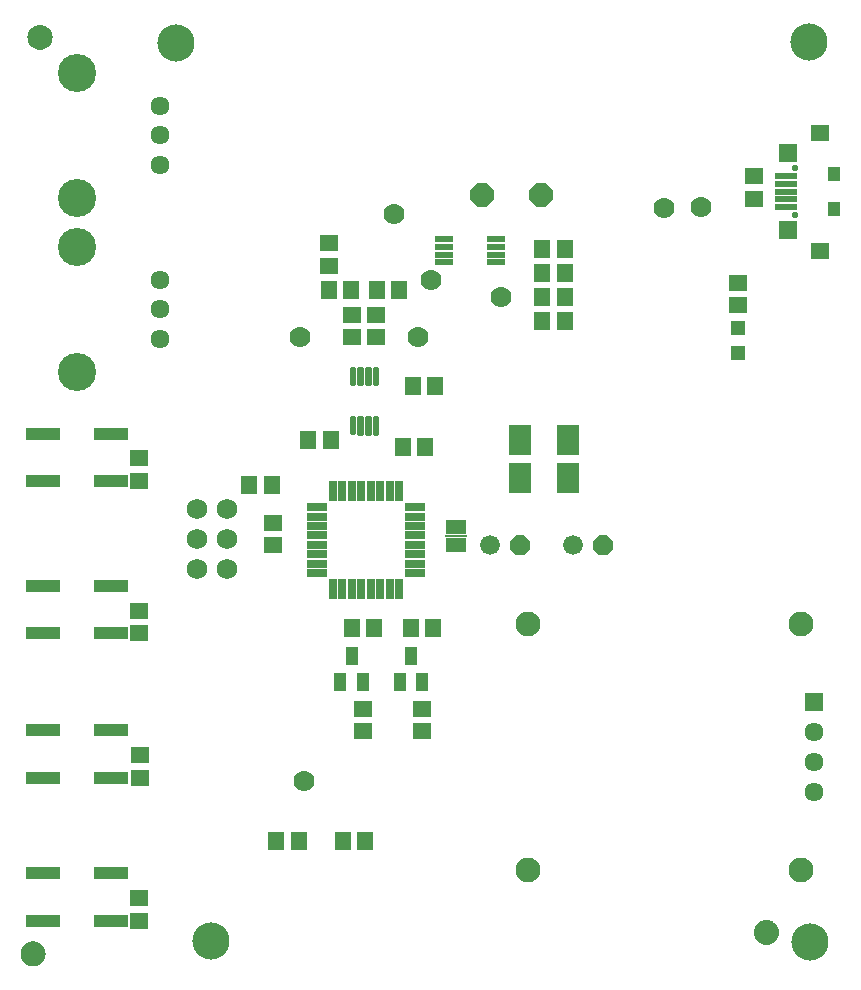
<source format=gts>
G04 EAGLE Gerber RS-274X export*
G75*
%MOMM*%
%FSLAX34Y34*%
%LPD*%
%INSoldermask Top*%
%IPPOS*%
%AMOC8*
5,1,8,0,0,1.08239X$1,22.5*%
G01*
%ADD10C,3.149600*%
%ADD11R,1.601600X1.401600*%
%ADD12R,1.401600X1.601600*%
%ADD13R,1.901600X2.501600*%
%ADD14C,1.727200*%
%ADD15R,1.901600X0.501600*%
%ADD16R,1.501600X1.601600*%
%ADD17R,1.601600X1.451600*%
%ADD18R,1.101600X1.201600*%
%ADD19C,0.591600*%
%ADD20P,2.199416X8X22.500000*%
%ADD21R,1.301600X1.301600*%
%ADD22C,1.609600*%
%ADD23C,3.217600*%
%ADD24R,1.101600X1.501600*%
%ADD25R,2.851600X1.101600*%
%ADD26R,1.701800X1.270000*%
%ADD27R,1.828800X0.152400*%
%ADD28C,1.778000*%
%ADD29R,1.609600X1.609600*%
%ADD30C,2.101600*%
%ADD31C,0.327659*%
%ADD32C,0.322197*%
%ADD33R,0.651600X1.701600*%
%ADD34R,1.701600X0.651600*%
%ADD35R,1.600200X0.533400*%
%ADD36P,1.814519X8X22.500000*%
%ADD37C,1.676400*%

G36*
X26792Y894720D02*
X26792Y894720D01*
X26835Y894732D01*
X26901Y894739D01*
X28584Y895190D01*
X28625Y895209D01*
X28688Y895228D01*
X30268Y895965D01*
X30305Y895991D01*
X30364Y896020D01*
X31792Y897020D01*
X31823Y897052D01*
X31876Y897091D01*
X33109Y898324D01*
X33134Y898360D01*
X33180Y898408D01*
X34180Y899836D01*
X34198Y899877D01*
X34235Y899932D01*
X34972Y901512D01*
X34983Y901555D01*
X35010Y901616D01*
X35461Y903299D01*
X35463Y903331D01*
X35470Y903352D01*
X35470Y903367D01*
X35480Y903408D01*
X35632Y905145D01*
X35628Y905189D01*
X35632Y905255D01*
X35480Y906992D01*
X35468Y907035D01*
X35461Y907101D01*
X35010Y908784D01*
X34991Y908825D01*
X34972Y908888D01*
X34235Y910468D01*
X34209Y910505D01*
X34180Y910564D01*
X33180Y911992D01*
X33148Y912023D01*
X33109Y912076D01*
X31876Y913309D01*
X31840Y913334D01*
X31792Y913380D01*
X30364Y914380D01*
X30323Y914398D01*
X30268Y914435D01*
X28688Y915172D01*
X28645Y915183D01*
X28584Y915210D01*
X26901Y915661D01*
X26856Y915664D01*
X26792Y915680D01*
X25055Y915832D01*
X25011Y915828D01*
X24945Y915832D01*
X23208Y915680D01*
X23165Y915668D01*
X23099Y915661D01*
X21416Y915210D01*
X21375Y915191D01*
X21312Y915172D01*
X19732Y914435D01*
X19695Y914409D01*
X19636Y914380D01*
X18208Y913380D01*
X18177Y913348D01*
X18124Y913309D01*
X16891Y912076D01*
X16866Y912040D01*
X16820Y911992D01*
X15820Y910564D01*
X15802Y910523D01*
X15765Y910468D01*
X15028Y908888D01*
X15017Y908845D01*
X14990Y908784D01*
X14539Y907101D01*
X14536Y907056D01*
X14520Y906992D01*
X14368Y905255D01*
X14372Y905211D01*
X14368Y905145D01*
X14520Y903408D01*
X14532Y903365D01*
X14536Y903331D01*
X14536Y903315D01*
X14538Y903310D01*
X14539Y903299D01*
X14990Y901616D01*
X15009Y901575D01*
X15028Y901512D01*
X15765Y899932D01*
X15791Y899895D01*
X15820Y899836D01*
X16820Y898408D01*
X16852Y898377D01*
X16891Y898324D01*
X18124Y897091D01*
X18160Y897066D01*
X18208Y897020D01*
X19636Y896020D01*
X19677Y896002D01*
X19732Y895965D01*
X21312Y895228D01*
X21355Y895217D01*
X21416Y895190D01*
X23099Y894739D01*
X23144Y894736D01*
X23208Y894720D01*
X24945Y894568D01*
X24989Y894572D01*
X25055Y894568D01*
X26792Y894720D01*
G37*
G36*
X641792Y136920D02*
X641792Y136920D01*
X641835Y136932D01*
X641901Y136939D01*
X643584Y137390D01*
X643625Y137409D01*
X643688Y137428D01*
X645268Y138165D01*
X645305Y138191D01*
X645364Y138220D01*
X646792Y139220D01*
X646823Y139252D01*
X646876Y139291D01*
X648109Y140524D01*
X648134Y140560D01*
X648180Y140608D01*
X649180Y142036D01*
X649198Y142077D01*
X649235Y142132D01*
X649972Y143712D01*
X649983Y143755D01*
X650010Y143816D01*
X650461Y145499D01*
X650463Y145531D01*
X650470Y145552D01*
X650470Y145567D01*
X650480Y145608D01*
X650632Y147345D01*
X650628Y147389D01*
X650632Y147455D01*
X650480Y149192D01*
X650468Y149235D01*
X650461Y149301D01*
X650010Y150984D01*
X649991Y151025D01*
X649972Y151088D01*
X649235Y152668D01*
X649209Y152705D01*
X649180Y152764D01*
X648180Y154192D01*
X648148Y154223D01*
X648109Y154276D01*
X646876Y155509D01*
X646840Y155534D01*
X646792Y155580D01*
X645364Y156580D01*
X645323Y156598D01*
X645268Y156635D01*
X643688Y157372D01*
X643645Y157383D01*
X643584Y157410D01*
X641901Y157861D01*
X641856Y157864D01*
X641792Y157880D01*
X640055Y158032D01*
X640011Y158028D01*
X639945Y158032D01*
X638208Y157880D01*
X638165Y157868D01*
X638099Y157861D01*
X636416Y157410D01*
X636375Y157391D01*
X636312Y157372D01*
X634732Y156635D01*
X634695Y156609D01*
X634636Y156580D01*
X633208Y155580D01*
X633177Y155548D01*
X633124Y155509D01*
X631891Y154276D01*
X631866Y154240D01*
X631820Y154192D01*
X630820Y152764D01*
X630802Y152723D01*
X630765Y152668D01*
X630028Y151088D01*
X630017Y151045D01*
X629990Y150984D01*
X629539Y149301D01*
X629536Y149256D01*
X629520Y149192D01*
X629368Y147455D01*
X629372Y147411D01*
X629368Y147345D01*
X629520Y145608D01*
X629532Y145565D01*
X629536Y145531D01*
X629536Y145515D01*
X629538Y145510D01*
X629539Y145499D01*
X629990Y143816D01*
X630009Y143775D01*
X630028Y143712D01*
X630765Y142132D01*
X630791Y142095D01*
X630820Y142036D01*
X631820Y140608D01*
X631852Y140577D01*
X631891Y140524D01*
X633124Y139291D01*
X633160Y139266D01*
X633208Y139220D01*
X634636Y138220D01*
X634677Y138202D01*
X634732Y138165D01*
X636312Y137428D01*
X636355Y137417D01*
X636416Y137390D01*
X638099Y136939D01*
X638144Y136936D01*
X638208Y136920D01*
X639945Y136768D01*
X639989Y136772D01*
X640055Y136768D01*
X641792Y136920D01*
G37*
G36*
X20892Y118720D02*
X20892Y118720D01*
X20935Y118732D01*
X21001Y118739D01*
X22684Y119190D01*
X22725Y119209D01*
X22788Y119228D01*
X24368Y119965D01*
X24405Y119991D01*
X24464Y120020D01*
X25892Y121020D01*
X25923Y121052D01*
X25976Y121091D01*
X27209Y122324D01*
X27234Y122360D01*
X27280Y122408D01*
X28280Y123836D01*
X28298Y123877D01*
X28335Y123932D01*
X29072Y125512D01*
X29083Y125555D01*
X29110Y125616D01*
X29561Y127299D01*
X29563Y127331D01*
X29570Y127352D01*
X29570Y127367D01*
X29580Y127408D01*
X29732Y129145D01*
X29728Y129189D01*
X29732Y129255D01*
X29580Y130992D01*
X29568Y131035D01*
X29561Y131101D01*
X29110Y132784D01*
X29091Y132825D01*
X29072Y132888D01*
X28335Y134468D01*
X28309Y134505D01*
X28280Y134564D01*
X27280Y135992D01*
X27248Y136023D01*
X27209Y136076D01*
X25976Y137309D01*
X25940Y137334D01*
X25892Y137380D01*
X24464Y138380D01*
X24423Y138398D01*
X24368Y138435D01*
X22788Y139172D01*
X22745Y139183D01*
X22684Y139210D01*
X21001Y139661D01*
X20956Y139664D01*
X20892Y139680D01*
X19155Y139832D01*
X19111Y139828D01*
X19045Y139832D01*
X17308Y139680D01*
X17265Y139668D01*
X17199Y139661D01*
X15516Y139210D01*
X15475Y139191D01*
X15412Y139172D01*
X13832Y138435D01*
X13795Y138409D01*
X13736Y138380D01*
X12308Y137380D01*
X12277Y137348D01*
X12224Y137309D01*
X10991Y136076D01*
X10966Y136040D01*
X10920Y135992D01*
X9920Y134564D01*
X9902Y134523D01*
X9865Y134468D01*
X9128Y132888D01*
X9117Y132845D01*
X9090Y132784D01*
X8639Y131101D01*
X8636Y131056D01*
X8620Y130992D01*
X8468Y129255D01*
X8472Y129211D01*
X8468Y129145D01*
X8620Y127408D01*
X8632Y127365D01*
X8636Y127331D01*
X8636Y127315D01*
X8638Y127310D01*
X8639Y127299D01*
X9090Y125616D01*
X9109Y125575D01*
X9128Y125512D01*
X9865Y123932D01*
X9891Y123895D01*
X9920Y123836D01*
X10920Y122408D01*
X10952Y122377D01*
X10991Y122324D01*
X12224Y121091D01*
X12260Y121066D01*
X12308Y121020D01*
X13736Y120020D01*
X13777Y120002D01*
X13832Y119965D01*
X15412Y119228D01*
X15455Y119217D01*
X15516Y119190D01*
X17199Y118739D01*
X17244Y118736D01*
X17308Y118720D01*
X19045Y118568D01*
X19089Y118572D01*
X19155Y118568D01*
X20892Y118720D01*
G37*
D10*
X140000Y900000D03*
X675700Y901000D03*
X170000Y140000D03*
X677100Y138900D03*
D11*
X109100Y400800D03*
X109100Y419800D03*
X109200Y529700D03*
X109200Y548700D03*
D12*
X202000Y526200D03*
X221000Y526200D03*
X450300Y725900D03*
X469300Y725900D03*
X351300Y558000D03*
X332300Y558000D03*
D11*
X109300Y278500D03*
X109300Y297500D03*
X109200Y157400D03*
X109200Y176400D03*
X629100Y768400D03*
X629100Y787400D03*
D13*
X471750Y532000D03*
X431250Y532000D03*
X431150Y564100D03*
X471650Y564100D03*
D14*
X158200Y480400D03*
X183600Y480400D03*
X183600Y505800D03*
X158200Y505800D03*
X158200Y455000D03*
X183600Y455000D03*
D15*
X656500Y787600D03*
X656500Y781100D03*
X656500Y774600D03*
X656500Y768100D03*
X656500Y761600D03*
D16*
X658500Y742100D03*
X658500Y807100D03*
D17*
X685500Y824600D03*
X685500Y724600D03*
D18*
X697000Y759600D03*
X697000Y789600D03*
D19*
X664000Y754600D03*
X664000Y794600D03*
D20*
X399600Y771700D03*
X448800Y771700D03*
D21*
X615900Y638100D03*
X615900Y659100D03*
D22*
X126400Y675000D03*
X126400Y650000D03*
X126400Y700000D03*
D23*
X56400Y622000D03*
X56400Y728000D03*
D22*
X126500Y822300D03*
X126500Y797300D03*
X126500Y847300D03*
D23*
X56500Y769300D03*
X56500Y875300D03*
D24*
X288900Y381000D03*
X298400Y359000D03*
X279400Y359000D03*
X339000Y381400D03*
X348500Y359400D03*
X329500Y359400D03*
D12*
X450400Y685200D03*
X469400Y685200D03*
X271300Y564200D03*
X252300Y564200D03*
X359500Y609900D03*
X340500Y609900D03*
D11*
X269300Y711700D03*
X269300Y730700D03*
X289100Y651200D03*
X289100Y670200D03*
D12*
X288700Y691000D03*
X269700Y691000D03*
X469400Y705600D03*
X450400Y705600D03*
X310100Y691000D03*
X329100Y691000D03*
D11*
X309700Y651200D03*
X309700Y670200D03*
D12*
X289000Y404700D03*
X308000Y404700D03*
X339100Y404700D03*
X358100Y404700D03*
D11*
X298400Y336800D03*
X298400Y317800D03*
X348600Y336800D03*
X348600Y317800D03*
X615600Y678400D03*
X615600Y697400D03*
D12*
X224900Y224400D03*
X243900Y224400D03*
X281400Y224400D03*
X300400Y224400D03*
X450400Y664800D03*
X469400Y664800D03*
D11*
X221900Y475400D03*
X221900Y494400D03*
D25*
X85150Y400900D03*
X27650Y400900D03*
X85150Y440900D03*
X27650Y440900D03*
X85250Y529600D03*
X27750Y529600D03*
X85250Y569600D03*
X27750Y569600D03*
X85350Y278500D03*
X27850Y278500D03*
X85350Y318500D03*
X27850Y318500D03*
X85250Y157400D03*
X27750Y157400D03*
X85250Y197400D03*
X27750Y197400D03*
D26*
X377600Y475480D03*
X377600Y490720D03*
D27*
X377600Y483100D03*
D28*
X584500Y761700D03*
X553400Y760800D03*
X248700Y275200D03*
X415200Y685200D03*
X345000Y651100D03*
X245500Y651500D03*
X324700Y755200D03*
X355900Y699500D03*
D29*
X680400Y342100D03*
D22*
X680400Y316700D03*
X680400Y291300D03*
X680400Y265900D03*
D30*
X668970Y408140D03*
X668970Y199860D03*
X437830Y199860D03*
X437830Y408140D03*
D31*
X290942Y569780D02*
X290942Y582520D01*
X290942Y569780D02*
X288758Y569780D01*
X288758Y582520D01*
X290942Y582520D01*
X290942Y572893D02*
X288758Y572893D01*
X288758Y576006D02*
X290942Y576006D01*
X290942Y579119D02*
X288758Y579119D01*
X288758Y582232D02*
X290942Y582232D01*
D32*
X297469Y582547D02*
X297469Y569753D01*
X295231Y569753D01*
X295231Y582547D01*
X297469Y582547D01*
X297469Y572814D02*
X295231Y572814D01*
X295231Y575875D02*
X297469Y575875D01*
X297469Y578936D02*
X295231Y578936D01*
X295231Y581997D02*
X297469Y581997D01*
X303969Y582547D02*
X303969Y569753D01*
X301731Y569753D01*
X301731Y582547D01*
X303969Y582547D01*
X303969Y572814D02*
X301731Y572814D01*
X301731Y575875D02*
X303969Y575875D01*
X303969Y578936D02*
X301731Y578936D01*
X301731Y581997D02*
X303969Y581997D01*
X310469Y582547D02*
X310469Y569753D01*
X308231Y569753D01*
X308231Y582547D01*
X310469Y582547D01*
X310469Y572814D02*
X308231Y572814D01*
X308231Y575875D02*
X310469Y575875D01*
X310469Y578936D02*
X308231Y578936D01*
X308231Y581997D02*
X310469Y581997D01*
X308231Y611853D02*
X308231Y624647D01*
X310469Y624647D01*
X310469Y611853D01*
X308231Y611853D01*
X308231Y614914D02*
X310469Y614914D01*
X310469Y617975D02*
X308231Y617975D01*
X308231Y621036D02*
X310469Y621036D01*
X310469Y624097D02*
X308231Y624097D01*
X301731Y624647D02*
X301731Y611853D01*
X301731Y624647D02*
X303969Y624647D01*
X303969Y611853D01*
X301731Y611853D01*
X301731Y614914D02*
X303969Y614914D01*
X303969Y617975D02*
X301731Y617975D01*
X301731Y621036D02*
X303969Y621036D01*
X303969Y624097D02*
X301731Y624097D01*
X295231Y624647D02*
X295231Y611853D01*
X295231Y624647D02*
X297469Y624647D01*
X297469Y611853D01*
X295231Y611853D01*
X295231Y614914D02*
X297469Y614914D01*
X297469Y617975D02*
X295231Y617975D01*
X295231Y621036D02*
X297469Y621036D01*
X297469Y624097D02*
X295231Y624097D01*
X288731Y624647D02*
X288731Y611853D01*
X288731Y624647D02*
X290969Y624647D01*
X290969Y611853D01*
X288731Y611853D01*
X288731Y614914D02*
X290969Y614914D01*
X290969Y617975D02*
X288731Y617975D01*
X288731Y621036D02*
X290969Y621036D01*
X290969Y624097D02*
X288731Y624097D01*
D33*
X272900Y437700D03*
X280900Y437700D03*
X288900Y437700D03*
X296900Y437700D03*
X304900Y437700D03*
X312900Y437700D03*
X320900Y437700D03*
X328900Y437700D03*
D34*
X342700Y451500D03*
X342700Y459500D03*
X342700Y467500D03*
X342700Y475500D03*
X342700Y483500D03*
X342700Y491500D03*
X342700Y499500D03*
X342700Y507500D03*
D33*
X328900Y521300D03*
X320900Y521300D03*
X312900Y521300D03*
X304900Y521300D03*
X296900Y521300D03*
X288900Y521300D03*
X280900Y521300D03*
X272900Y521300D03*
D34*
X259100Y507500D03*
X259100Y499500D03*
X259100Y491500D03*
X259100Y483500D03*
X259100Y475500D03*
X259100Y467500D03*
X259100Y459500D03*
X259100Y451500D03*
D35*
X367156Y734152D03*
X367156Y727802D03*
X367156Y721198D03*
X367156Y714848D03*
X410844Y714848D03*
X410844Y721198D03*
X410844Y727802D03*
X410844Y734152D03*
D36*
X501300Y475500D03*
D37*
X475900Y475500D03*
D36*
X431300Y475500D03*
D37*
X405900Y475500D03*
M02*

</source>
